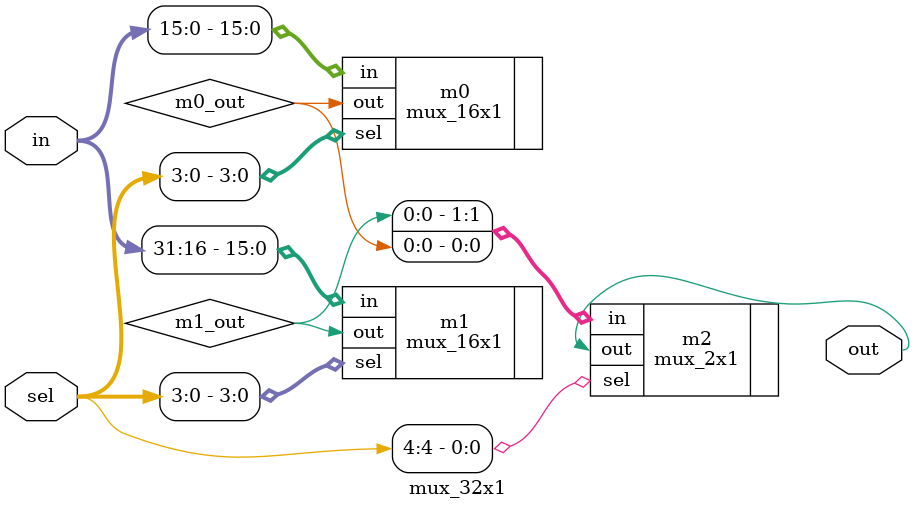
<source format=sv>
module mux_32x1(in, out, sel);

    input logic [31:0] in;
    input logic [4:0] sel;
    output logic out;

    logic m0_out, m1_out;

    // intermediate muxes (size log2(n-1))
    mux_16x1 m0 (.in(in[15:0]), .sel(sel[3:0]), .out(m0_out));
    mux_16x1 m1 (.in(in[31:16]), .sel(sel[3:0]), .out(m1_out));

    // final 2:1 mux
    mux_2x1 m2 (.in({m1_out, m0_out}), .sel(sel[4]), .out(out));
endmodule


// module mux_4x1_testbench();
//     logic [3:0] in;
//     logic [1:0] sel;
//     logic out;
//
//     mux_4x1 dut(.in(in), .sel(sel), .out(out));
//
//     integer i, j;
//     initial begin
//         for (i=0; i<32; i=i+1) begin
//             sel = i;
//             // don't really want to test 2^32 possiblities
//             for (j=0; j<1000; j=j+1) begin
//                 in = j;
//         end
//     end
// endmodule

</source>
